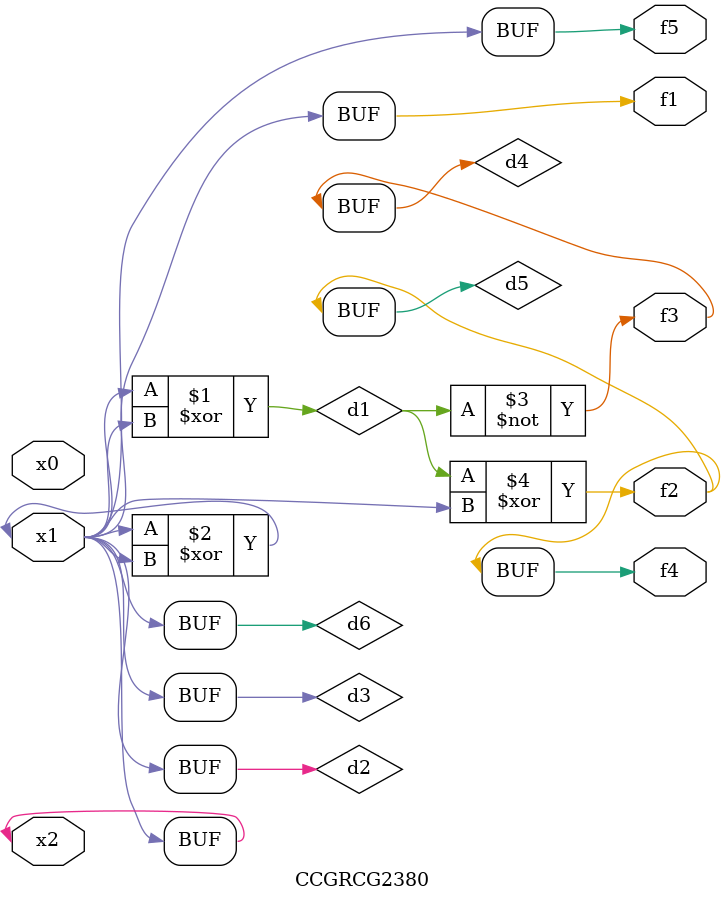
<source format=v>
module CCGRCG2380(
	input x0, x1, x2,
	output f1, f2, f3, f4, f5
);

	wire d1, d2, d3, d4, d5, d6;

	xor (d1, x1, x2);
	buf (d2, x1, x2);
	xor (d3, x1, x2);
	nor (d4, d1);
	xor (d5, d1, d2);
	buf (d6, d2, d3);
	assign f1 = d6;
	assign f2 = d5;
	assign f3 = d4;
	assign f4 = d5;
	assign f5 = d6;
endmodule

</source>
